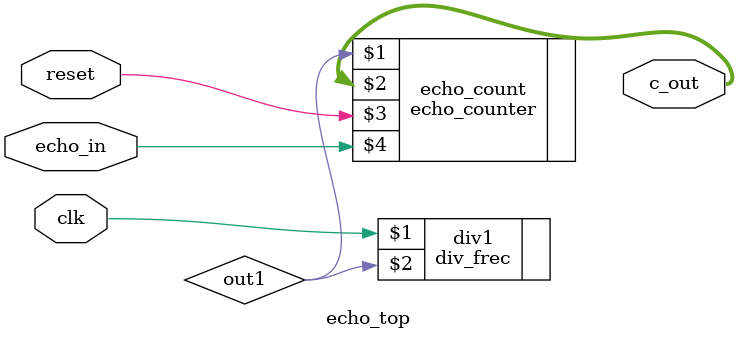
<source format=v>
module echo_top
	(
	input           reset,
	input           clk,
	// Lines
	input           echo_in,
	output  [15:0] c_out
	//
	);
wire out1,out2;

div_frec div1(clk,out1);	
echo_counter echo_count(out1,c_out,reset,echo_in);

endmodule

</source>
